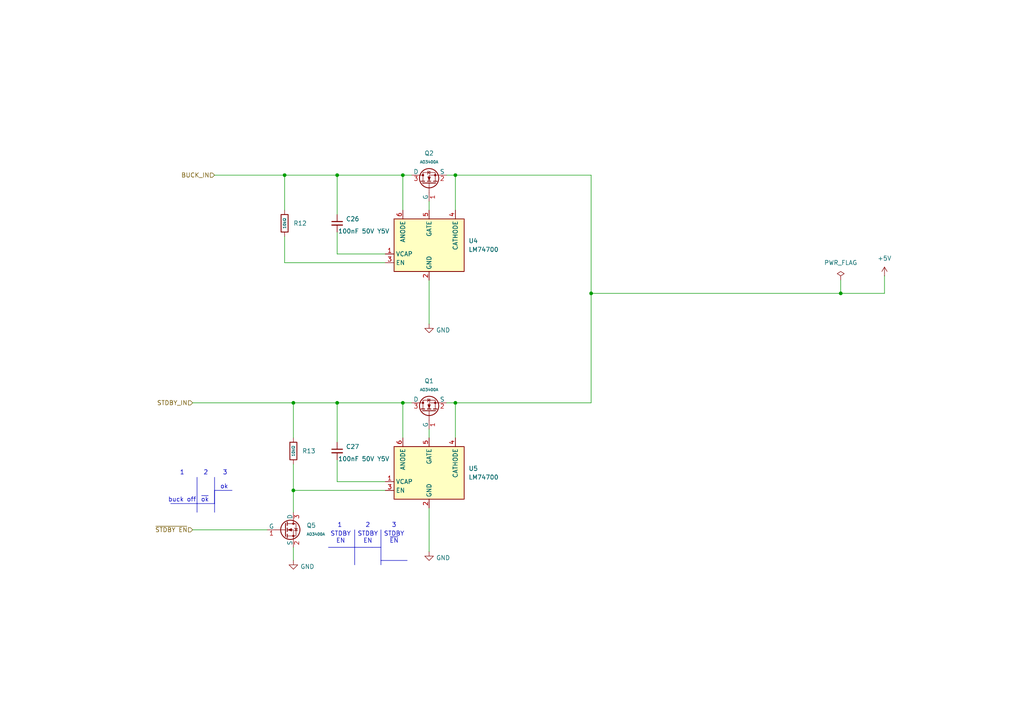
<source format=kicad_sch>
(kicad_sch (version 20250114) (generator "eeschema") (generator_version "9.0")
  (paper "A4")
  (title_block (date "2025-02-10") (rev "A") (company "ModuCard System"))
  (lib_symbols
    (symbol "Device:C_Small" (pin_numbers (hide yes)) (pin_names (offset 0.254) (hide yes))
      (property "Reference" "C" (at 0.254 1.778 0))
      (property "Value" "C_Small" (at 0.254 -2.032 0))
      (symbol "C_Small_0_1"
        (polyline (pts (xy -1.524 0.508) (xy 1.524 0.508)) (stroke (width 0.3048)))
        (polyline (pts (xy -1.524 -0.508) (xy 1.524 -0.508)) (stroke (width 0.3302)))
      )
      (symbol "C_Small_1_1"
        (pin passive line (at 0 2.54 270) (length 2.032) (name "~") (number "1"))
        (pin passive line (at 0 -2.54 90) (length 2.032) (name "~") (number "2"))
      )
    )
    (symbol "PCM_JLCPCB-Resistors:0402,10kΩ" (pin_numbers (hide yes)) (pin_names (offset 0))
      (property "Reference" "R" (at 1.778 0 0))
      (property "Value" "10kΩ" (at 0 0 90))
      (symbol "0402,10kΩ_0_1"
        (rectangle (start -1.016 2.54) (end 1.016 -2.54) (stroke (width 0.254)))
      )
      (symbol "0402,10kΩ_1_1"
        (pin passive line (at 0 3.81 270) (length 1.27) (name "~") (number "1"))
        (pin passive line (at 0 -3.81 90) (length 1.27) (name "~") (number "2"))
      )
    )
    (symbol "PCM_JLCPCB-Transistors:NMOS,AO3400A" (pin_names (offset 0))
      (property "Reference" "Q" (at 4.8514 0.834 0))
      (property "Value" "AO3400A" (at 4.8514 -1.2122 0))
      (symbol "NMOS,AO3400A_0_1"
        (polyline (pts (xy 0.254 1.905) (xy 0.254 -1.905)) (stroke (width 0.254)))
        (polyline (pts (xy 0.254 0) (xy -2.54 0)))
        (polyline (pts (xy 0.762 2.286) (xy 0.762 1.27)) (stroke (width 0.254)))
        (polyline (pts (xy 0.762 0.508) (xy 0.762 -0.508)) (stroke (width 0.254)))
        (polyline (pts (xy 0.762 -1.27) (xy 0.762 -2.286)) (stroke (width 0.254)))
        (polyline (pts (xy 0.762 -1.778) (xy 3.302 -1.778) (xy 3.302 1.778) (xy 0.762 1.778)))
        (polyline (pts (xy 1.016 0) (xy 2.032 0.381) (xy 2.032 -0.381) (xy 1.016 0)) (fill (type outline)))
        (circle (center 1.651 0) (radius 2.794) (stroke (width 0.254)))
        (polyline (pts (xy 2.54 2.54) (xy 2.54 1.778)))
        (circle (center 2.54 1.778) (radius 0.254) (fill (type outline)))
        (circle (center 2.54 -1.778) (radius 0.254) (fill (type outline)))
        (polyline (pts (xy 2.54 -2.54) (xy 2.54 0) (xy 0.762 0)))
        (polyline (pts (xy 2.794 0.508) (xy 2.921 0.381) (xy 3.683 0.381) (xy 3.81 0.254)))
        (polyline (pts (xy 3.302 0.381) (xy 2.921 -0.254) (xy 3.683 -0.254) (xy 3.302 0.381)))
      )
      (symbol "NMOS,AO3400A_1_1"
        (pin input line (at -5.08 0 0) (length 2.54) (name "G") (number "1"))
        (pin passive line (at 2.54 5.08 270) (length 2.54) (name "D") (number "3"))
        (pin passive line (at 2.54 -5.08 90) (length 2.54) (name "S") (number "2"))
      )
    )
    (symbol "Power_Management:LM74700"
      (property "Reference" "U" (at -9.525 -8.89 0))
      (property "Value" "LM74700" (at 7.62 -8.89 0))
      (symbol "LM74700_0_1"
        (rectangle (start -10.16 7.62) (end 10.16 -7.62) (stroke (width 0.254)) (fill (type background)))
      )
      (symbol "LM74700_1_1"
        (pin passive line (at -12.7 -2.54 0) (length 2.54) (name "VCAP") (number "1"))
        (pin input line (at -12.7 -5.08 0) (length 2.54) (name "EN") (number "3"))
        (pin power_in line (at -7.62 10.16 270) (length 2.54) (name "ANODE") (number "6"))
        (pin output line (at 0 10.16 270) (length 2.54) (name "GATE") (number "5"))
        (pin power_in line (at 0 -10.16 90) (length 2.54) (name "GND") (number "2"))
        (pin input line (at 7.62 10.16 270) (length 2.54) (name "CATHODE") (number "4"))
      )
    )
    (symbol "power:+5V" (power) (pin_numbers (hide yes)) (pin_names (offset 0) (hide yes))
      (property "Value" "+5V" (at 0 3.556 0))
      (symbol "+5V_0_1"
        (polyline (pts (xy -0.762 1.27) (xy 0 2.54)))
        (polyline (pts (xy 0 2.54) (xy 0.762 1.27)))
        (polyline (pts (xy 0 0) (xy 0 2.54)))
      )
      (symbol "+5V_1_1"
        (pin power_in line (at 0 0 90) (length 0) (name "~") (number "1"))
      )
    )
    (symbol "power:GND" (power) (pin_numbers (hide yes)) (pin_names (offset 0) (hide yes))
      (property "Value" "GND" (at 0 -3.81 0))
      (symbol "GND_0_1"
        (polyline (pts (xy 0 0) (xy 0 -1.27) (xy 1.27 -1.27) (xy 0 -2.54) (xy -1.27 -1.27) (xy 0 -1.27)))
      )
      (symbol "GND_1_1"
        (pin power_in line (at 0 0 270) (length 0) (name "~") (number "1"))
      )
    )
    (symbol "power:PWR_FLAG" (power) (pin_numbers (hide yes)) (pin_names (offset 0) (hide yes))
      (property "Value" "PWR_FLAG" (at 0 3.81 0))
      (symbol "PWR_FLAG_0_0"
        (pin power_out line (at 0 0 90) (length 0) (name "~") (number "1"))
      )
      (symbol "PWR_FLAG_0_1"
        (polyline (pts (xy 0 0) (xy 0 1.27) (xy -1.016 1.905) (xy 0 2.54) (xy 1.016 1.905) (xy 0 1.27)))
      )
    )
  )
  (text "1" (at 98.552 152.4 0) (effects (font (size 1.27 1.27))))
  (text "buck off\n" (at 52.832 145.034 0) (effects (font (size 1.27 1.27))))
  (text "ok" (at 65.024 141.224 0) (effects (font (size 1.27 1.27))))
  (text "1" (at 52.832 137.16 0) (effects (font (size 1.27 1.27))))
  (text "2" (at 106.68 152.4 0) (effects (font (size 1.27 1.27))))
  (text "~{ok}" (at 59.436 145.034 0) (effects (font (size 1.27 1.27))))
  (text "3" (at 114.3 152.4 0) (effects (font (size 1.27 1.27))))
  (text "2" (at 59.69 137.16 0) (effects (font (size 1.27 1.27))))
  (text "STDBY\nEN" (at 98.806 155.956 0) (effects (font (size 1.27 1.27))))
  (text "3" (at 65.278 137.16 0) (effects (font (size 1.27 1.27))))
  (text "STDBY\n~{EN}" (at 114.3 155.956 0) (effects (font (size 1.27 1.27))))
  (text "STDBY\nEN" (at 106.68 155.956 0) (effects (font (size 1.27 1.27))))
  (junction (at 116.84 116.84))
  (junction (at 97.79 50.8))
  (junction (at 116.84 50.8))
  (junction (at 82.55 50.8))
  (junction (at 132.08 50.8))
  (junction (at 85.09 142.24))
  (junction (at 243.84 85.09))
  (junction (at 97.79 116.84))
  (junction (at 171.45 85.09))
  (junction (at 132.08 116.84))
  (junction (at 85.09 116.84))
  (polyline (pts (xy 57.15 146.05) (xy 57.15 148.59)))
  (polyline (pts (xy 62.23 146.05) (xy 62.23 148.59)))
  (polyline (pts (xy 62.23 146.05) (xy 57.15 146.05)))
  (wire (pts (xy 171.45 85.09) (xy 243.84 85.09)))
  (polyline (pts (xy 110.49 162.56) (xy 118.11 162.56)))
  (polyline (pts (xy 107.95 158.75) (xy 102.87 158.75)))
  (wire (pts (xy 124.46 81.28) (xy 124.46 93.98)))
  (wire (pts (xy 85.09 134.62) (xy 85.09 142.24)))
  (wire (pts (xy 171.45 85.09) (xy 171.45 116.84)))
  (wire (pts (xy 256.54 80.01) (xy 256.54 85.09)))
  (polyline (pts (xy 57.15 138.43) (xy 57.15 146.05)))
  (wire (pts (xy 55.88 116.84) (xy 85.09 116.84)))
  (wire (pts (xy 116.84 116.84) (xy 116.84 127)))
  (wire (pts (xy 97.79 50.8) (xy 116.84 50.8)))
  (wire (pts (xy 116.84 50.8) (xy 116.84 60.96)))
  (wire (pts (xy 116.84 50.8) (xy 119.38 50.8)))
  (wire (pts (xy 85.09 142.24) (xy 111.76 142.24)))
  (wire (pts (xy 243.84 85.09) (xy 256.54 85.09)))
  (wire (pts (xy 243.84 81.28) (xy 243.84 85.09)))
  (wire (pts (xy 85.09 142.24) (xy 85.09 148.59)))
  (wire (pts (xy 85.09 116.84) (xy 97.79 116.84)))
  (wire (pts (xy 82.55 50.8) (xy 82.55 60.96)))
  (wire (pts (xy 111.76 139.7) (xy 97.79 139.7)))
  (polyline (pts (xy 102.87 153.67) (xy 102.87 158.75)))
  (polyline (pts (xy 62.23 138.43) (xy 62.23 146.05)))
  (wire (pts (xy 97.79 116.84) (xy 116.84 116.84)))
  (polyline (pts (xy 110.49 153.67) (xy 110.49 162.56)))
  (wire (pts (xy 82.55 68.58) (xy 82.55 76.2)))
  (wire (pts (xy 55.88 153.67) (xy 77.47 153.67)))
  (polyline (pts (xy 62.23 142.24) (xy 62.23 146.05)))
  (wire (pts (xy 82.55 50.8) (xy 97.79 50.8)))
  (polyline (pts (xy 49.53 146.05) (xy 57.15 146.05)))
  (polyline (pts (xy 110.49 162.56) (xy 110.49 163.83)))
  (wire (pts (xy 132.08 116.84) (xy 129.54 116.84)))
  (wire (pts (xy 97.79 50.8) (xy 97.79 62.23)))
  (wire (pts (xy 132.08 60.96) (xy 132.08 50.8)))
  (wire (pts (xy 85.09 158.75) (xy 85.09 162.56)))
  (wire (pts (xy 132.08 116.84) (xy 171.45 116.84)))
  (wire (pts (xy 85.09 116.84) (xy 85.09 127)))
  (wire (pts (xy 97.79 73.66) (xy 97.79 67.31)))
  (wire (pts (xy 97.79 116.84) (xy 97.79 128.27)))
  (wire (pts (xy 132.08 127) (xy 132.08 116.84)))
  (wire (pts (xy 111.76 73.66) (xy 97.79 73.66)))
  (wire (pts (xy 124.46 147.32) (xy 124.46 160.02)))
  (wire (pts (xy 132.08 50.8) (xy 171.45 50.8)))
  (wire (pts (xy 124.46 58.42) (xy 124.46 60.96)))
  (wire (pts (xy 116.84 116.84) (xy 119.38 116.84)))
  (polyline (pts (xy 67.31 142.24) (xy 62.23 142.24)))
  (wire (pts (xy 124.46 124.46) (xy 124.46 127)))
  (wire (pts (xy 97.79 139.7) (xy 97.79 133.35)))
  (wire (pts (xy 171.45 50.8) (xy 171.45 85.09)))
  (wire (pts (xy 132.08 50.8) (xy 129.54 50.8)))
  (polyline (pts (xy 107.95 158.75) (xy 110.49 158.75)))
  (polyline (pts (xy 102.87 158.75) (xy 102.87 163.83)))
  (wire (pts (xy 62.23 50.8) (xy 82.55 50.8)))
  (wire (pts (xy 82.55 76.2) (xy 111.76 76.2)))
  (polyline (pts (xy 95.25 158.75) (xy 102.87 158.75)))
  (hierarchical_label "STDBY_IN" (shape input) (at 55.88 116.84 180))
  (hierarchical_label "~{STDBY EN}" (shape input) (at 55.88 153.67 180))
  (hierarchical_label "BUCK_IN" (shape input) (at 62.23 50.8 180))
  (symbol (lib_id "Device:C_Small") (at 97.79 64.77 0) (unit 1)
    (property "Reference" "C26" (at 100.33 63.5062 0) (effects (justify left)))
    (property "Value" "100nF 50V Y5V" (at 98.044 67.056 0) (effects (justify left)))
    (property "Footprint" "Capacitor_SMD:C_0402_1005Metric" (effects (hide yes)))
    (property "Description" "Unpolarized capacitor, small symbol" (effects (hide yes)))
  )
  (symbol (lib_id "Power_Management:LM74700") (at 124.46 137.16 0) (unit 1)
    (property "Reference" "U5" (at 135.89 135.89 0) (effects (justify left)))
    (property "Value" "LM74700" (at 135.89 138.43 0) (effects (justify left)))
    (property "Footprint" "Package_TO_SOT_SMD:SOT-23-6" (effects (hide yes)))
    (property "Datasheet" "http://www.ti.com/lit/gpn/LM74700-Q1" (effects (hide yes)))
    (property "Description" "Low Iq reverse battery protection ideal diode controller, SOT-23-6" (effects (hide yes)))
  )
  (symbol (lib_id "Power_Management:LM74700") (at 124.46 71.12 0) (unit 1)
    (property "Reference" "U4" (at 135.89 69.85 0) (effects (justify left)))
    (property "Value" "LM74700" (at 135.89 72.39 0) (effects (justify left)))
    (property "Footprint" "Package_TO_SOT_SMD:SOT-23-6" (effects (hide yes)))
    (property "Datasheet" "http://www.ti.com/lit/gpn/LM74700-Q1" (effects (hide yes)))
    (property "Description" "Low Iq reverse battery protection ideal diode controller, SOT-23-6" (effects (hide yes)))
  )
  (symbol (lib_id "PCM_JLCPCB-Resistors:0402,10kΩ") (at 85.09 130.81 0) (unit 1)
    (property "Reference" "R13" (at 87.63 130.81 0) (effects (justify left)))
    (property "Value" "10kΩ" (at 85.09 130.81 90) (effects (font (size 0.8 0.8))))
    (property "Footprint" "PCM_JLCPCB:R_0402" (effects (hide yes)))
    (property "Datasheet" "https://www.lcsc.com/datasheet/lcsc_datasheet_2411221126_UNI-ROYAL-Uniroyal-Elec-0402WGF1002TCE_C25744.pdf" (effects (hide yes)))
    (property "Description" "62.5mW Thick Film Resistors 50V ±100ppm/°C ±1% 10kΩ 0402 Chip Resistor - Surface Mount ROHS" (effects (hide yes)))
    (property "LCSC" "C25744" (effects (hide yes)))
    (property "Stock" "13746052" (effects (hide yes)))
    (property "Price" "0.004USD" (effects (hide yes)))
    (property "Process" "SMT" (effects (hide yes)))
    (property "Minimum Qty" "5" (effects (hide yes)))
    (property "Attrition Qty" "0" (effects (hide yes)))
    (property "Class" "Basic Component" (effects (hide yes)))
    (property "Category" "Resistors,Chip Resistor - Surface Mount" (effects (hide yes)))
    (property "Manufacturer" "UNI-ROYAL(Uniroyal Elec)" (effects (hide yes)))
    (property "Part" "0402WGF1002TCE" (effects (hide yes)))
    (property "Resistance" "10kΩ" (effects (hide yes)))
    (property "Power(Watts)" "62.5mW" (effects (hide yes)))
    (property "Type" "Thick Film Resistors" (effects (hide yes)))
    (property "Overload Voltage (Max)" "50V" (effects (hide yes)))
    (property "Operating Temperature Range" "-55°C~+155°C" (effects (hide yes)))
    (property "Tolerance" "±1%" (effects (hide yes)))
    (property "Temperature Coefficient" "±100ppm/°C" (effects (hide yes)))
  )
  (symbol (lib_id "power:+5V") (at 256.54 80.01 0) (unit 1)
    (property "Reference" "#PWR058" (effects (hide yes)))
    (property "Value" "+5V" (at 256.54 74.93 0))
    (property "Description" "Power symbol creates a global label with name \"+5V\"" (effects (hide yes)))
  )
  (symbol (lib_id "PCM_JLCPCB-Transistors:NMOS,AO3400A") (at 124.46 53.34 90) (unit 1)
    (property "Reference" "Q2" (at 124.46 44.45 90))
    (property "Value" "AO3400A" (at 124.46 46.99 90) (effects (font (size 0.8 0.8))))
    (property "Footprint" "PCM_JLCPCB:Q_SOT-23" (effects (hide yes)))
    (property "Datasheet" "https://www.lcsc.com/datasheet/lcsc_datasheet_1811081213_Alpha---Omega-Semicon-AO3400A_C20917.pdf" (effects (hide yes)))
    (property "Description" "30V 5.7A 26.5mΩ@10V,5.7A 1.4W 1.5V@250uA 1 N-Channel SOT-23-3L MOSFETs ROHS" (effects (hide yes)))
    (property "LCSC" "C20917" (effects (hide yes)))
    (property "Stock" "670221" (effects (hide yes)))
    (property "Price" "0.088USD" (effects (hide yes)))
    (property "Process" "SMT" (effects (hide yes)))
    (property "Minimum Qty" "5" (effects (hide yes)))
    (property "Attrition Qty" "4" (effects (hide yes)))
    (property "Class" "Basic Component" (effects (hide yes)))
    (property "Category" "Transistors,MOSFETs" (effects (hide yes)))
    (property "Manufacturer" "Alpha & Omega Semicon" (effects (hide yes)))
    (property "Part" "AO3400A" (effects (hide yes)))
    (property "Continuous Drain Current (Id)" "5.7A" (effects (hide yes)))
    (property "Input Capacitance (Ciss@Vds)" "630pF@15V" (effects (hide yes)))
    (property "Operating Temperature" "-55°C~+150°C@(Tj)" (effects (hide yes)))
    (property "Type" "1 N-channel" (effects (hide yes)))
    (property "Drain Source Voltage (Vdss)" "30V" (effects (hide yes)))
    (property "Power Dissipation (Pd)" "1.4W" (effects (hide yes)))
    (property "Gate Threshold Voltage (Vgs(th)@Id)" "1.5V@250uA" (effects (hide yes)))
    (property "Drain Source On Resistance (RDS(on)@Vgs,Id)" "26.5mΩ@10V,5.7A" (effects (hide yes)))
    (property "Total Gate Charge (Qg@Vgs)" "7nC@4.5V" (effects (hide yes)))
  )
  (symbol (lib_id "power:GND") (at 85.09 162.56 0) (unit 1)
    (property "Reference" "#PWR0118" (effects (hide yes)))
    (property "Value" "GND" (at 89.154 164.338 0))
    (property "Description" "Power symbol creates a global label with name \"GND\" , ground" (effects (hide yes)))
  )
  (symbol (lib_id "power:GND") (at 124.46 160.02 0) (unit 1)
    (property "Reference" "#PWR061" (effects (hide yes)))
    (property "Value" "GND" (at 128.524 161.798 0))
    (property "Description" "Power symbol creates a global label with name \"GND\" , ground" (effects (hide yes)))
  )
  (symbol (lib_id "Device:C_Small") (at 97.79 130.81 0) (unit 1)
    (property "Reference" "C27" (at 100.33 129.5462 0) (effects (justify left)))
    (property "Value" "100nF 50V Y5V" (at 98.044 133.096 0) (effects (justify left)))
    (property "Footprint" "Capacitor_SMD:C_0402_1005Metric" (effects (hide yes)))
    (property "Description" "Unpolarized capacitor, small symbol" (effects (hide yes)))
  )
  (symbol (lib_id "PCM_JLCPCB-Transistors:NMOS,AO3400A") (at 82.55 153.67 0) (unit 1)
    (property "Reference" "Q5" (at 88.9 152.3999 0) (effects (justify left)))
    (property "Value" "AO3400A" (at 88.9 154.94 0) (effects (font (size 0.8 0.8)) (justify left)))
    (property "Footprint" "PCM_JLCPCB:Q_SOT-23" (effects (hide yes)))
    (property "Datasheet" "https://www.lcsc.com/datasheet/lcsc_datasheet_1811081213_Alpha---Omega-Semicon-AO3400A_C20917.pdf" (effects (hide yes)))
    (property "Description" "30V 5.7A 26.5mΩ@10V,5.7A 1.4W 1.5V@250uA 1 N-Channel SOT-23-3L MOSFETs ROHS" (effects (hide yes)))
    (property "LCSC" "C20917" (effects (hide yes)))
    (property "Stock" "670221" (effects (hide yes)))
    (property "Price" "0.088USD" (effects (hide yes)))
    (property "Process" "SMT" (effects (hide yes)))
    (property "Minimum Qty" "5" (effects (hide yes)))
    (property "Attrition Qty" "4" (effects (hide yes)))
    (property "Class" "Basic Component" (effects (hide yes)))
    (property "Category" "Transistors,MOSFETs" (effects (hide yes)))
    (property "Manufacturer" "Alpha & Omega Semicon" (effects (hide yes)))
    (property "Part" "AO3400A" (effects (hide yes)))
    (property "Continuous Drain Current (Id)" "5.7A" (effects (hide yes)))
    (property "Input Capacitance (Ciss@Vds)" "630pF@15V" (effects (hide yes)))
    (property "Operating Temperature" "-55°C~+150°C@(Tj)" (effects (hide yes)))
    (property "Type" "1 N-channel" (effects (hide yes)))
    (property "Drain Source Voltage (Vdss)" "30V" (effects (hide yes)))
    (property "Power Dissipation (Pd)" "1.4W" (effects (hide yes)))
    (property "Gate Threshold Voltage (Vgs(th)@Id)" "1.5V@250uA" (effects (hide yes)))
    (property "Drain Source On Resistance (RDS(on)@Vgs,Id)" "26.5mΩ@10V,5.7A" (effects (hide yes)))
    (property "Total Gate Charge (Qg@Vgs)" "7nC@4.5V" (effects (hide yes)))
  )
  (symbol (lib_id "PCM_JLCPCB-Resistors:0402,10kΩ") (at 82.55 64.77 0) (unit 1)
    (property "Reference" "R12" (at 85.09 64.77 0) (effects (justify left)))
    (property "Value" "10kΩ" (at 82.55 64.77 90) (effects (font (size 0.8 0.8))))
    (property "Footprint" "PCM_JLCPCB:R_0402" (effects (hide yes)))
    (property "Datasheet" "https://www.lcsc.com/datasheet/lcsc_datasheet_2411221126_UNI-ROYAL-Uniroyal-Elec-0402WGF1002TCE_C25744.pdf" (effects (hide yes)))
    (property "Description" "62.5mW Thick Film Resistors 50V ±100ppm/°C ±1% 10kΩ 0402 Chip Resistor - Surface Mount ROHS" (effects (hide yes)))
    (property "LCSC" "C25744" (effects (hide yes)))
    (property "Stock" "13746052" (effects (hide yes)))
    (property "Price" "0.004USD" (effects (hide yes)))
    (property "Process" "SMT" (effects (hide yes)))
    (property "Minimum Qty" "5" (effects (hide yes)))
    (property "Attrition Qty" "0" (effects (hide yes)))
    (property "Class" "Basic Component" (effects (hide yes)))
    (property "Category" "Resistors,Chip Resistor - Surface Mount" (effects (hide yes)))
    (property "Manufacturer" "UNI-ROYAL(Uniroyal Elec)" (effects (hide yes)))
    (property "Part" "0402WGF1002TCE" (effects (hide yes)))
    (property "Resistance" "10kΩ" (effects (hide yes)))
    (property "Power(Watts)" "62.5mW" (effects (hide yes)))
    (property "Type" "Thick Film Resistors" (effects (hide yes)))
    (property "Overload Voltage (Max)" "50V" (effects (hide yes)))
    (property "Operating Temperature Range" "-55°C~+155°C" (effects (hide yes)))
    (property "Tolerance" "±1%" (effects (hide yes)))
    (property "Temperature Coefficient" "±100ppm/°C" (effects (hide yes)))
  )
  (symbol (lib_id "power:PWR_FLAG") (at 243.84 81.28 0) (unit 1)
    (property "Reference" "#FLG05" (effects (hide yes)))
    (property "Value" "PWR_FLAG" (at 243.84 76.2 0))
    (property "Description" "Special symbol for telling ERC where power comes from" (effects (hide yes)))
  )
  (symbol (lib_id "power:GND") (at 124.46 93.98 0) (unit 1)
    (property "Reference" "#PWR060" (effects (hide yes)))
    (property "Value" "GND" (at 128.524 95.758 0))
    (property "Description" "Power symbol creates a global label with name \"GND\" , ground" (effects (hide yes)))
  )
  (symbol (lib_id "PCM_JLCPCB-Transistors:NMOS,AO3400A") (at 124.46 119.38 90) (unit 1)
    (property "Reference" "Q1" (at 124.46 110.49 90))
    (property "Value" "AO3400A" (at 124.46 113.03 90) (effects (font (size 0.8 0.8))))
    (property "Footprint" "PCM_JLCPCB:Q_SOT-23" (effects (hide yes)))
    (property "Datasheet" "https://www.lcsc.com/datasheet/lcsc_datasheet_1811081213_Alpha---Omega-Semicon-AO3400A_C20917.pdf" (effects (hide yes)))
    (property "Description" "30V 5.7A 26.5mΩ@10V,5.7A 1.4W 1.5V@250uA 1 N-Channel SOT-23-3L MOSFETs ROHS" (effects (hide yes)))
    (property "LCSC" "C20917" (effects (hide yes)))
    (property "Stock" "670221" (effects (hide yes)))
    (property "Price" "0.088USD" (effects (hide yes)))
    (property "Process" "SMT" (effects (hide yes)))
    (property "Minimum Qty" "5" (effects (hide yes)))
    (property "Attrition Qty" "4" (effects (hide yes)))
    (property "Class" "Basic Component" (effects (hide yes)))
    (property "Category" "Transistors,MOSFETs" (effects (hide yes)))
    (property "Manufacturer" "Alpha & Omega Semicon" (effects (hide yes)))
    (property "Part" "AO3400A" (effects (hide yes)))
    (property "Continuous Drain Current (Id)" "5.7A" (effects (hide yes)))
    (property "Input Capacitance (Ciss@Vds)" "630pF@15V" (effects (hide yes)))
    (property "Operating Temperature" "-55°C~+150°C@(Tj)" (effects (hide yes)))
    (property "Type" "1 N-channel" (effects (hide yes)))
    (property "Drain Source Voltage (Vdss)" "30V" (effects (hide yes)))
    (property "Power Dissipation (Pd)" "1.4W" (effects (hide yes)))
    (property "Gate Threshold Voltage (Vgs(th)@Id)" "1.5V@250uA" (effects (hide yes)))
    (property "Drain Source On Resistance (RDS(on)@Vgs,Id)" "26.5mΩ@10V,5.7A" (effects (hide yes)))
    (property "Total Gate Charge (Qg@Vgs)" "7nC@4.5V" (effects (hide yes)))
  )
)
</source>
